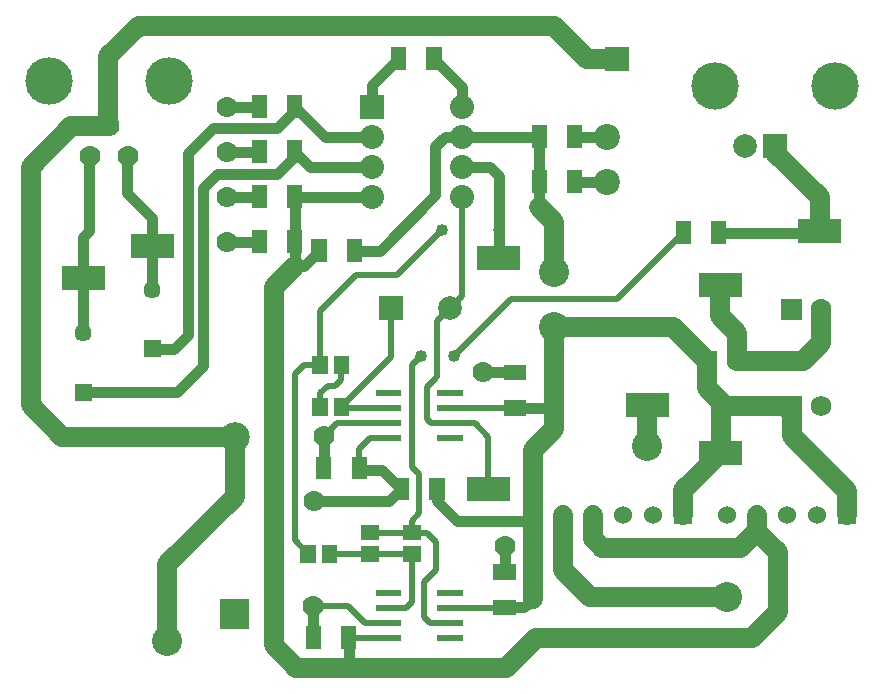
<source format=gtl>
G04 start of page 2 for group 3 layer_idx 0 *
G04 Title: (unknown), top_copper *
G04 Creator: pcb-rnd 2.2.1 *
G04 CreationDate: 2020-05-28 20:16:37 UTC *
G04 For:  *
G04 Format: Gerber/RS-274X *
G04 PCB-Dimensions: 500000 500000 *
G04 PCB-Coordinate-Origin: lower left *
%MOIN*%
%FSLAX25Y25*%
%LNTOP_COPPER_NONE_3*%
%ADD32C,0.0374*%
%ADD31C,0.0295*%
%ADD30C,0.0420*%
%ADD29C,0.0276*%
%ADD28C,0.0394*%
%ADD27C,0.0256*%
%ADD26C,0.0790*%
%ADD25C,0.0984*%
%ADD24C,0.0400*%
%ADD23C,0.0800*%
%ADD22C,0.0689*%
%ADD21C,0.0600*%
%ADD20C,0.1000*%
%ADD19C,0.0787*%
%ADD18C,0.0866*%
%ADD17C,0.0571*%
%ADD16C,0.1580*%
%ADD15C,0.0001*%
%ADD14C,0.0700*%
%ADD13C,0.0200*%
%ADD12C,0.0650*%
%ADD11C,0.0350*%
G54D11*X163500Y349310D02*X163690Y349500D01*
X180467Y344533D02*X175500Y349500D01*
X153000Y334500D02*X163690D01*
X153000Y349500D02*X163690D01*
X175500D02*Y348000D01*
X169500Y342000D01*
X175500Y319500D02*Y334500D01*
X153000Y319500D02*X163690D01*
X169500Y342000D02*X149500D01*
X119693Y335807D02*X128000Y327500D01*
Y317500D01*
X149500Y342000D02*X145000Y337500D01*
X175500Y334500D02*X201200D01*
X201233Y334533D01*
Y344533D02*X180467D01*
X204000Y316500D02*X222405Y334905D01*
X197310Y316500D02*X204000D01*
X231233Y354533D02*X256967D01*
X257000Y354500D01*
X231233Y344533D02*X240467D01*
X268810Y339500D02*X279500D01*
X257000Y354500D02*Y339500D01*
X240467Y344533D02*X243500Y341500D01*
X257000Y339500D02*Y331000D01*
G54D12*X262000Y309500D02*Y326000D01*
X257000Y331000D01*
G54D11*X243500Y341500D02*X243500Y314000D01*
G54D13*Y323500D02*Y315000D01*
X231233Y334533D02*Y301390D01*
G54D12*X317326Y294570D02*Y303496D01*
X322906Y288991D02*X317326Y294570D01*
X322906Y279650D02*Y288991D01*
X317326Y303496D02*X317480Y303650D01*
X329674Y228430D02*Y223174D01*
Y228430D02*Y222826D01*
X317480Y250020D02*Y264650D01*
X319624Y201080D02*X319674Y201030D01*
X329674Y223174D02*X324000Y217500D01*
X329674Y222826D02*X336500Y216000D01*
X344980Y279650D02*X350980Y285650D01*
X322980Y279650D02*X344980D01*
G54D11*X316810Y322500D02*X350500D01*
G54D12*X351000Y285670D02*Y297000D01*
X350500Y323000D02*Y334400D01*
X335400Y349500D01*
X317500Y250000D02*X317480Y250020D01*
X341180Y254820D02*X359500Y236500D01*
X359674Y228430D02*Y236174D01*
X359750Y236250D01*
X312980Y270650D02*Y279650D01*
X318980Y264650D02*X312980Y270650D01*
X341180Y264650D02*X318980D01*
X341180D02*Y254820D01*
G54D11*X229500Y226500D02*X255000D01*
G54D13*X240020Y236980D02*Y254480D01*
G54D11*X245500Y218000D02*Y209405D01*
G54D12*X255000Y200500D02*Y250000D01*
G54D13*X229500Y197500D02*X245405D01*
X245500Y197595D01*
G54D11*X252095D01*
X255000Y200500D01*
X261905Y291500D02*X261810Y291595D01*
G54D12*X262000Y257000D02*Y290000D01*
G54D11*X261810Y291595D02*X261905Y291500D01*
G54D12*X262000Y291000D02*X301630D01*
X312980Y279650D01*
X255000Y250000D02*X262000Y257000D01*
X293000Y265000D02*Y251500D01*
G54D11*X249000Y264095D02*X261810D01*
G54D13*X249500Y300500D02*X283000D01*
X249500D03*
X247500D01*
X283000D02*X305000Y322500D01*
G54D11*X317310Y323000D02*X316810Y322500D01*
G54D13*X249000Y264095D02*X248905Y264000D01*
G54D11*X238310Y275905D02*X249000D01*
G54D13*X247500Y300500D02*X228500Y281500D01*
X256405Y264000D02*X229500D01*
X229000Y259000D02*X235500D01*
X240020Y254480D01*
G54D12*X275000Y228500D02*Y220500D01*
X277500Y218000D01*
X278000Y217500D02*X277750Y217750D01*
X324000Y217500D02*X278000D01*
X305000Y228500D02*Y236670D01*
X317480Y249150D01*
X319674Y201030D02*X274070D01*
X265000Y210100D01*
Y228500D02*Y210100D01*
X256000Y187500D02*X328000D01*
X336500Y196000D01*
Y216000D01*
G54D11*X201233Y354533D02*X185467D01*
X222405Y351405D02*X225500Y354500D01*
X229434D01*
X229467Y354533D01*
X268810Y354500D02*X279500D01*
X153000Y364500D02*X163690D01*
X169500Y357500D02*X169250Y357250D01*
X148250D01*
X140000Y349000D01*
X185467Y354533D02*X175500Y364500D01*
Y363500D01*
X169500Y357500D01*
G54D12*X113393Y381393D02*X123500Y391500D01*
X113390Y358000D02*Y381390D01*
X113500Y381500D01*
X101000Y358000D02*X87500Y344500D01*
G54D11*X107090Y346000D02*Y323090D01*
X119690Y346000D02*Y335810D01*
X119750Y335750D01*
G54D12*X101000Y358000D02*X113390D01*
G54D11*X105000Y321000D02*Y289000D01*
X128000Y303500D02*Y318000D01*
X105000Y321000D02*X107090Y323090D01*
X128000Y283815D02*X135315D01*
X140000Y288500D01*
Y349000D02*Y288500D01*
X145000Y337500D02*Y278000D01*
G54D12*X87500Y344500D02*Y265000D01*
X98000Y254500D01*
X133000Y186500D02*Y212000D01*
X155500Y234500D01*
Y254500D01*
X98000D02*X155500D01*
G54D11*X105000Y269315D02*X136315D01*
X145000Y278000D01*
X201233Y364533D02*Y371638D01*
X231233Y364533D02*Y371172D01*
X221905Y380500D01*
G54D12*X273000D02*X283000D01*
X123500Y391500D02*X262000D01*
X273000Y380500D01*
G54D11*X201233Y371638D02*X210095Y380500D01*
G54D13*X204500Y254000D02*X200500D01*
X197000Y250500D01*
Y244000D01*
X209500Y308500D02*X196000D01*
X207657Y299500D02*Y281114D01*
X204500Y197500D02*X212500D01*
X214500Y199500D02*Y215500D01*
Y222543D02*X200500D01*
G54D11*X197000Y243500D02*X204595D01*
X211095Y237000D01*
G54D13*X214500Y222500D02*Y226500D01*
Y244500D02*Y274000D01*
Y278500D01*
G54D11*X206905Y233000D02*X211000Y237095D01*
G54D12*X176000Y177500D02*X168500Y185000D01*
G54D11*X181690Y198190D02*Y187500D01*
G54D13*Y198190D02*X193310D01*
X212500Y197500D02*X214500Y199500D01*
X204500Y187500D02*X193500D01*
X193310Y198190D02*X199000Y192500D01*
X204500D01*
G54D12*X217500Y177500D02*X176000D01*
G54D13*X229500Y192500D02*X220500D01*
X218500Y194500D01*
G54D11*X193500Y187500D02*Y177500D01*
G54D12*X217500D02*X246000D01*
X256000Y187500D01*
G54D13*X218500Y194500D02*Y206000D01*
X222500Y210000D01*
X223000Y237095D02*X222905Y237000D01*
X229500Y259000D02*X221000D01*
G54D11*X222405Y334905D02*Y351405D01*
G54D13*X222843Y293000D02*Y274343D01*
X222750Y274250D01*
X222500Y210000D02*Y219500D01*
G54D11*X222905Y237000D02*Y233095D01*
X229500Y226500D01*
G54D13*X231233Y301390D02*X222843Y293000D01*
X187086Y215457D02*X187043Y215500D01*
X175500Y219957D02*X179957Y215500D01*
G54D11*X182000Y232500D02*X181500Y233000D01*
X182500D02*X182000Y232500D01*
G54D13*X214543Y222500D02*X214500Y222543D01*
Y226500D02*X217000Y229000D01*
Y242000D01*
X214500Y244500D01*
G54D11*X182000Y233000D02*X206905D01*
G54D13*X222500Y219500D02*X219500Y222500D01*
X214543D01*
X214500Y215457D02*X187086D01*
G54D11*X185190Y254690D02*Y244000D01*
G54D13*X175500Y275500D02*Y219957D01*
X183957Y278500D02*Y296457D01*
G54D12*X168500Y185000D02*Y304500D01*
G54D13*X204500Y264000D02*X191543D01*
X224500Y323500D02*X209500Y308500D01*
X183957Y296457D02*X196000Y308500D01*
X222733Y274233D02*X219500Y271000D01*
X207657Y281114D02*X191043Y264500D01*
X217500Y281500D03*
X214500Y278500D02*X217500Y281500D01*
X204500Y259000D02*X189500D01*
X221000D02*X219500Y260500D01*
Y271000D01*
X191543Y264000D02*X191043Y264500D01*
X189500Y259000D02*X185190Y254690D01*
X183957Y268957D02*X186500Y271500D01*
X189000D01*
X191000Y273500D02*Y278457D01*
X191043Y278500D01*
X183957D02*X178500D01*
X183957Y264500D02*Y268957D01*
X189000Y271500D02*X191000Y273500D01*
X178500Y278500D02*X175500Y275500D01*
G54D12*X168500Y304500D02*X175500Y311500D01*
G54D11*X178595D02*X176000D01*
X175500D02*Y319500D01*
X183595Y316500D02*X178595Y311500D01*
G54D14*X153000Y349500D03*
Y364500D03*
G54D15*G36*
X166249Y368240D02*X161131D01*
Y360760D01*
X166249D01*
Y368240D01*
G37*
G54D14*X119790Y348000D03*
X113490Y358000D03*
G54D15*G36*
X166249Y353240D02*X161131D01*
Y345760D01*
X166249D01*
Y353240D01*
G37*
G36*
X178059D02*X172941D01*
Y345760D01*
X178059D01*
Y353240D01*
G37*
G36*
Y368240D02*X172941D01*
Y360760D01*
X178059D01*
Y368240D01*
G37*
G54D16*X93490Y373000D03*
X133490D03*
G54D14*X107190Y348000D03*
X153000Y334500D03*
Y319500D03*
G54D15*G36*
X166249Y338240D02*X161131D01*
Y330760D01*
X166249D01*
Y338240D01*
G37*
G36*
X178059D02*X172941D01*
Y330760D01*
X178059D01*
Y338240D01*
G37*
G36*
X166249Y323240D02*X161131D01*
Y315760D01*
X166249D01*
Y323240D01*
G37*
G36*
X120815Y322036D02*Y313964D01*
X135185D01*
Y322036D01*
X120815D01*
G37*
G36*
X97815Y311536D02*Y303464D01*
X112185D01*
Y311536D01*
X97815D01*
G37*
G54D17*X105000Y289000D03*
G54D15*G36*
X125146Y280961D02*X130854D01*
Y286669D01*
X125146D01*
Y280961D01*
G37*
G54D17*X128000Y303500D03*
G54D15*G36*
X178059Y323240D02*X172941D01*
Y315760D01*
X178059D01*
Y323240D01*
G37*
G36*
X186154Y320240D02*X181036D01*
Y312760D01*
X186154D01*
Y320240D01*
G37*
G54D18*X279500Y354500D03*
Y339500D03*
G54D15*G36*
X307559Y326240D02*X302441D01*
Y318760D01*
X307559D01*
Y326240D01*
G37*
G54D16*X315500Y371500D03*
G54D19*X325500Y351500D03*
G54D15*G36*
X319369Y326240D02*X314251D01*
Y318760D01*
X319369D01*
Y326240D01*
G37*
G36*
X309535Y283095D02*X316425D01*
Y276205D01*
X309535D01*
Y283095D01*
G37*
G36*
X310295Y309186D02*Y301114D01*
X324665D01*
Y309186D01*
X310295D01*
G37*
G54D20*X319674Y201030D03*
X293000Y251500D03*
G54D15*G36*
X310295Y253186D02*Y245114D01*
X324665D01*
Y253186D01*
X310295D01*
G37*
G36*
X308000Y225500D02*X302000D01*
Y231500D01*
X308000D01*
Y225500D01*
G37*
G54D21*X295000Y228500D03*
X319674Y228430D03*
X285000Y228500D03*
G54D15*G36*
X285815Y269036D02*Y260964D01*
X300185D01*
Y269036D01*
X285815D01*
G37*
G54D21*X275000Y228500D03*
G54D15*G36*
X343315Y327036D02*Y318964D01*
X357685D01*
Y327036D01*
X343315D01*
G37*
G54D16*X355500Y371500D03*
G54D15*G36*
X331563Y355437D02*Y347563D01*
X339437D01*
Y355437D01*
X331563D01*
G37*
G54D22*X322823Y279650D03*
G54D15*G36*
X337735Y268095D02*X344625D01*
Y261205D01*
X337735D01*
Y268095D01*
G37*
G36*
X337713Y300445D02*X344602D01*
Y293555D01*
X337713D01*
Y300445D01*
G37*
G54D22*X351000Y297000D03*
X351023Y264650D03*
G54D15*G36*
X362674Y225430D02*X356674D01*
Y231430D01*
X362674D01*
Y225430D01*
G37*
G54D21*X349674Y228430D03*
X339674D03*
X329674D03*
G54D15*G36*
X212654Y384240D02*X207536D01*
Y376760D01*
X212654D01*
Y384240D01*
G37*
G36*
X224464D02*X219346D01*
Y376760D01*
X224464D01*
Y384240D01*
G37*
G36*
X197233Y368533D02*X205233D01*
Y360533D01*
X197233D01*
Y368533D01*
G37*
G54D23*X231233Y364533D03*
G54D15*G36*
X279000Y376500D02*Y384500D01*
X287000D01*
Y376500D01*
X279000D01*
G37*
G54D20*X262000Y309500D03*
G54D24*X224500Y323500D03*
X243500D03*
G54D15*G36*
X236334Y318016D02*Y309944D01*
X250704D01*
Y318016D01*
X236334D01*
G37*
G54D23*X201233Y354533D03*
X231233D03*
G54D15*G36*
X259559Y358240D02*X254441D01*
Y350760D01*
X259559D01*
Y358240D01*
G37*
G36*
X271369D02*X266251D01*
Y350760D01*
X271369D01*
Y358240D01*
G37*
G54D23*X201233Y344533D03*
Y334533D03*
G54D15*G36*
X197964Y320240D02*X192846D01*
Y312760D01*
X197964D01*
Y320240D01*
G37*
G54D23*X231233Y344533D03*
Y334533D03*
G54D15*G36*
X259559Y343240D02*X254441D01*
Y335760D01*
X259559D01*
Y343240D01*
G37*
G36*
X271369D02*X266251D01*
Y335760D01*
X271369D01*
Y343240D01*
G37*
G54D24*X217500Y281500D03*
G54D15*G36*
X186516Y281452D02*X181398D01*
Y275548D01*
X186516D01*
Y281452D01*
G37*
G36*
X193602D02*X188484D01*
Y275548D01*
X193602D01*
Y281452D01*
G37*
G36*
X202500Y270000D02*X211000D01*
Y268000D01*
X202500D01*
Y270000D01*
G37*
G54D20*X262000Y291000D03*
G54D24*X228500Y281500D03*
G54D14*X238310Y275905D03*
G54D15*G36*
X245260Y278464D02*Y273346D01*
X252740D01*
Y278464D01*
X245260D01*
G37*
G54D19*X227343Y297500D03*
G54D15*G36*
X231500Y268000D02*X223000D01*
Y270000D01*
X231500D01*
Y268000D01*
G37*
G36*
X245260Y266654D02*Y261536D01*
X252740D01*
Y266654D01*
X245260D01*
G37*
G36*
X202500Y265000D02*X211000D01*
Y263000D01*
X202500D01*
Y265000D01*
G37*
G36*
X203720Y301437D02*Y293563D01*
X211594D01*
Y301437D01*
X203720D01*
G37*
G36*
X231500Y263000D02*X223000D01*
Y265000D01*
X231500D01*
Y263000D01*
G37*
G36*
Y258000D02*X223000D01*
Y260000D01*
X231500D01*
Y258000D01*
G37*
G36*
Y253000D02*X223000D01*
Y255000D01*
X231500D01*
Y253000D01*
G37*
G36*
X202500Y260000D02*X211000D01*
Y258000D01*
X202500D01*
Y260000D01*
G37*
G36*
Y255000D02*X211000D01*
Y253000D01*
X202500D01*
Y255000D01*
G37*
G54D14*X185190Y254690D03*
G54D15*G36*
X187749Y247740D02*X182631D01*
Y240260D01*
X187749D01*
Y247740D01*
G37*
G36*
X199559D02*X194441D01*
Y240260D01*
X199559D01*
Y247740D01*
G37*
G36*
X186516Y267452D02*X181398D01*
Y261548D01*
X186516D01*
Y267452D01*
G37*
G36*
X193602D02*X188484D01*
Y261548D01*
X193602D01*
Y267452D01*
G37*
G54D14*X181690Y198190D03*
G54D20*X133000Y186500D03*
G54D15*G36*
X182516Y218452D02*X177398D01*
Y212548D01*
X182516D01*
Y218452D01*
G37*
G36*
X184249Y191240D02*X179131D01*
Y183760D01*
X184249D01*
Y191240D01*
G37*
G36*
X150579Y190524D02*X160421D01*
Y200366D01*
X150579D01*
Y190524D01*
G37*
G36*
X196059Y191240D02*X190941D01*
Y183760D01*
X196059D01*
Y191240D01*
G37*
G54D25*X155500Y254500D03*
G54D15*G36*
X102146Y266461D02*X107854D01*
Y272169D01*
X102146D01*
Y266461D01*
G37*
G54D14*X168500Y233000D03*
X182000D03*
G54D15*G36*
X189602Y218452D02*X184484D01*
Y212548D01*
X189602D01*
Y218452D01*
G37*
G36*
X202500Y203500D02*X211000D01*
Y201500D01*
X202500D01*
Y203500D01*
G37*
G36*
X197548Y218016D02*Y212898D01*
X203452D01*
Y218016D01*
X197548D01*
G37*
G36*
Y225102D02*Y219984D01*
X203452D01*
Y225102D01*
X197548D01*
G37*
G36*
X213654Y240740D02*X208536D01*
Y233260D01*
X213654D01*
Y240740D01*
G37*
G36*
X225464D02*X220346D01*
Y233260D01*
X225464D01*
Y240740D01*
G37*
G36*
X231500Y201500D02*X223000D01*
Y203500D01*
X231500D01*
Y201500D01*
G37*
G36*
X202500Y198500D02*X211000D01*
Y196500D01*
X202500D01*
Y198500D01*
G37*
G36*
X231500Y196500D02*X223000D01*
Y198500D01*
X231500D01*
Y196500D01*
G37*
G36*
X211548Y218016D02*Y212898D01*
X217452D01*
Y218016D01*
X211548D01*
G37*
G54D14*X245500Y218000D03*
G54D15*G36*
X241760Y200154D02*Y195036D01*
X249240D01*
Y200154D01*
X241760D01*
G37*
G36*
Y211964D02*Y206846D01*
X249240D01*
Y211964D01*
X241760D01*
G37*
G36*
X211548Y225102D02*Y219984D01*
X217452D01*
Y225102D01*
X211548D01*
G37*
G36*
X232834Y241016D02*Y232945D01*
X247204D01*
Y241016D01*
X232834D01*
G37*
G54D21*X265000Y228500D03*
G54D15*G36*
X202500Y193500D02*X211000D01*
Y191500D01*
X202500D01*
Y193500D01*
G37*
G36*
X231500Y191500D02*X223000D01*
Y193500D01*
X231500D01*
Y191500D01*
G37*
G36*
X202500Y188500D02*X211000D01*
Y186500D01*
X202500D01*
Y188500D01*
G37*
G36*
X231500Y186500D02*X223000D01*
Y188500D01*
X231500D01*
Y186500D01*
G37*
G54D11*G54D26*G54D11*G54D27*G54D28*G54D26*G54D11*G54D29*G54D21*G54D30*G54D26*G54D11*G54D29*G54D30*G54D28*G54D21*G54D13*G54D28*G54D13*G54D21*G54D13*G54D11*G54D31*G54D11*G54D21*G54D32*G54D27*G54D11*G54D30*M02*

</source>
